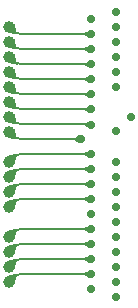
<source format=gbr>
G04 #@! TF.GenerationSoftware,KiCad,Pcbnew,7.0.6-0*
G04 #@! TF.CreationDate,2023-09-15T02:22:18-04:00*
G04 #@! TF.ProjectId,RAM Module,52414d20-4d6f-4647-956c-652e6b696361,1*
G04 #@! TF.SameCoordinates,Original*
G04 #@! TF.FileFunction,Copper,L2,Inr*
G04 #@! TF.FilePolarity,Positive*
%FSLAX46Y46*%
G04 Gerber Fmt 4.6, Leading zero omitted, Abs format (unit mm)*
G04 Created by KiCad (PCBNEW 7.0.6-0) date 2023-09-15 02:22:18*
%MOMM*%
%LPD*%
G01*
G04 APERTURE LIST*
G04 #@! TA.AperFunction,ComponentPad*
%ADD10C,1.000000*%
G04 #@! TD*
G04 #@! TA.AperFunction,ViaPad*
%ADD11C,0.700000*%
G04 #@! TD*
G04 #@! TA.AperFunction,Conductor*
%ADD12C,0.150000*%
G04 #@! TD*
G04 APERTURE END LIST*
D10*
X143460000Y-88220000D03*
X143460000Y-89490000D03*
X143460000Y-90760000D03*
X143460000Y-92030000D03*
X143460000Y-93300000D03*
X143460000Y-94570000D03*
X143460000Y-95840000D03*
X143460000Y-97110000D03*
X143460000Y-99650000D03*
X143460000Y-100920000D03*
X143460000Y-102190000D03*
X143460000Y-103460000D03*
X143460000Y-106000000D03*
X143460000Y-107270000D03*
X143460000Y-108540000D03*
X143460000Y-109810000D03*
D11*
X152460000Y-104730000D03*
X152460000Y-111080000D03*
X152460000Y-86950000D03*
X152460000Y-109810000D03*
X152460000Y-108540000D03*
X152460000Y-107270000D03*
X152460000Y-106000000D03*
X152460000Y-103460000D03*
X152460000Y-102190000D03*
X152460000Y-100920000D03*
X152460000Y-99650000D03*
X152460000Y-97100000D03*
X153750000Y-95840000D03*
X152460000Y-92030000D03*
X152460000Y-90760000D03*
X152460000Y-89490000D03*
X152460000Y-88220000D03*
X152460000Y-93300000D03*
X150380000Y-104100000D03*
X150380000Y-87580000D03*
X150380000Y-110450000D03*
X150380000Y-88850000D03*
X150380000Y-90120000D03*
X150380000Y-91390000D03*
X150380000Y-92660000D03*
X150380000Y-93940000D03*
X150380000Y-95210000D03*
X150380000Y-96520000D03*
X149510000Y-97750000D03*
X150380000Y-99010000D03*
X150380000Y-100280000D03*
X150380000Y-101550000D03*
X150380000Y-102820000D03*
X150380000Y-105360000D03*
X150380000Y-106630000D03*
X150380000Y-107900000D03*
X150380000Y-109170000D03*
D12*
X150380000Y-88850000D02*
X150375083Y-88854917D01*
X143802024Y-88562024D02*
X143460000Y-88220000D01*
X150375083Y-88854917D02*
X144509131Y-88854917D01*
X143802005Y-88562043D02*
G75*
G03*
X144509131Y-88854917I707095J707143D01*
G01*
X143802127Y-89832127D02*
X143460000Y-89490000D01*
X150380000Y-90120000D02*
X150374980Y-90125020D01*
X150374980Y-90125020D02*
X144509234Y-90125020D01*
X143802106Y-89832148D02*
G75*
G03*
X144509234Y-90125020I707094J707148D01*
G01*
X143807107Y-91107107D02*
X143460000Y-90760000D01*
X150380000Y-91390000D02*
X150370000Y-91400000D01*
X150370000Y-91400000D02*
X144514214Y-91400000D01*
X143807100Y-91107114D02*
G75*
G03*
X144514214Y-91400000I707100J707114D01*
G01*
X150380000Y-92660000D02*
X150377722Y-92662278D01*
X143799385Y-92369385D02*
X143460000Y-92030000D01*
X150377722Y-92662278D02*
X144506492Y-92662278D01*
X143799394Y-92369376D02*
G75*
G03*
X144506492Y-92662278I707106J707076D01*
G01*
X150380000Y-93940000D02*
X150375954Y-93935954D01*
X143803061Y-93643061D02*
X143460000Y-93300000D01*
X150375954Y-93935954D02*
X144510168Y-93935954D01*
X143803087Y-93643035D02*
G75*
G03*
X144510168Y-93935954I707113J707035D01*
G01*
X150374950Y-95204950D02*
X144509164Y-95204950D01*
X150380000Y-95210000D02*
X150374950Y-95204950D01*
X143802057Y-94912057D02*
X143460000Y-94570000D01*
X143802086Y-94912028D02*
G75*
G03*
X144509164Y-95204950I707114J707028D01*
G01*
X150335051Y-96475051D02*
X144509265Y-96475051D01*
X143802158Y-96182158D02*
X143460000Y-95840000D01*
X150380000Y-96520000D02*
X150335051Y-96475051D01*
X143802186Y-96182130D02*
G75*
G03*
X144509265Y-96475051I707114J707030D01*
G01*
X143803576Y-97453576D02*
X143460000Y-97110000D01*
X149506469Y-97746469D02*
X144510683Y-97746469D01*
X149510000Y-97750000D02*
X149506469Y-97746469D01*
X143803591Y-97453561D02*
G75*
G03*
X144510683Y-97746469I707109J707061D01*
G01*
X150380000Y-99010000D02*
X150376605Y-99013395D01*
X150376605Y-99013395D02*
X144510819Y-99013395D01*
X143803712Y-99306288D02*
X143460000Y-99650000D01*
X144510819Y-99013410D02*
G75*
G03*
X143803712Y-99306288I-19J-999990D01*
G01*
X150374541Y-100285459D02*
X144508755Y-100285459D01*
X143801648Y-100578352D02*
X143460000Y-100920000D01*
X150380000Y-100280000D02*
X150374541Y-100285459D01*
X144508755Y-100285439D02*
G75*
G03*
X143801648Y-100578352I45J-1000061D01*
G01*
X143802495Y-101847505D02*
X143460000Y-102190000D01*
X150380000Y-101550000D02*
X150375388Y-101554612D01*
X150375388Y-101554612D02*
X144509602Y-101554612D01*
X144509602Y-101554610D02*
G75*
G03*
X143802495Y-101847505I-2J-999990D01*
G01*
X150375078Y-102824922D02*
X144509292Y-102824922D01*
X150380000Y-102820000D02*
X150375078Y-102824922D01*
X143802185Y-103117815D02*
X143460000Y-103460000D01*
X144509292Y-102824910D02*
G75*
G03*
X143802185Y-103117815I8J-999990D01*
G01*
X143801519Y-105658481D02*
X143460000Y-106000000D01*
X150380000Y-105360000D02*
X150374412Y-105365588D01*
X150374412Y-105365588D02*
X144508626Y-105365588D01*
X144508626Y-105365610D02*
G75*
G03*
X143801519Y-105658481I-26J-999990D01*
G01*
X150374663Y-106635337D02*
X144508877Y-106635337D01*
X143801770Y-106928230D02*
X143460000Y-107270000D01*
X150380000Y-106630000D02*
X150374663Y-106635337D01*
X144508877Y-106635310D02*
G75*
G03*
X143801770Y-106928230I23J-999990D01*
G01*
X150375020Y-107904980D02*
X144509234Y-107904980D01*
X143802127Y-108197873D02*
X143460000Y-108540000D01*
X150380000Y-107900000D02*
X150375020Y-107904980D01*
X144509234Y-107905010D02*
G75*
G03*
X143802127Y-108197873I-34J-999990D01*
G01*
X150374760Y-109175240D02*
X144508974Y-109175240D01*
X150380000Y-109170000D02*
X150374760Y-109175240D01*
X143801867Y-109468133D02*
X143460000Y-109810000D01*
X144508974Y-109175210D02*
G75*
G03*
X143801867Y-109468133I26J-999990D01*
G01*
G04 #@! TA.AperFunction,Conductor*
G36*
X150250546Y-106317495D02*
G01*
X150250953Y-106318367D01*
X150379119Y-106625494D01*
X150379142Y-106634449D01*
X150379119Y-106634506D01*
X150250921Y-106941710D01*
X150244572Y-106948025D01*
X150235617Y-106948002D01*
X150234821Y-106947632D01*
X150108078Y-106883073D01*
X150107397Y-106882666D01*
X150013010Y-106816975D01*
X149930966Y-106761987D01*
X149930964Y-106761986D01*
X149830632Y-106724312D01*
X149830633Y-106724312D01*
X149691673Y-106711328D01*
X149683755Y-106707147D01*
X149681062Y-106699679D01*
X149681062Y-106570926D01*
X149684489Y-106562653D01*
X149691598Y-106559284D01*
X149831270Y-106545329D01*
X149931323Y-106505165D01*
X150012771Y-106447136D01*
X150106455Y-106379049D01*
X150107944Y-106378129D01*
X150234778Y-106312481D01*
X150243699Y-106311723D01*
X150250546Y-106317495D01*
G37*
G04 #@! TD.AperFunction*
G04 #@! TA.AperFunction,Conductor*
G36*
X144229915Y-106600242D02*
G01*
X144234608Y-106607493D01*
X144259772Y-106733982D01*
X144258025Y-106742765D01*
X144252701Y-106747104D01*
X144091360Y-106812656D01*
X144091359Y-106812657D01*
X144017593Y-106923970D01*
X143995003Y-107072467D01*
X143995003Y-107072466D01*
X143978327Y-107252239D01*
X143977971Y-107254213D01*
X143925411Y-107448509D01*
X143919943Y-107455600D01*
X143911062Y-107456748D01*
X143909652Y-107456268D01*
X143463519Y-107272052D01*
X143457180Y-107265727D01*
X143457166Y-107265694D01*
X143273268Y-106819251D01*
X143273285Y-106810296D01*
X143279630Y-106803977D01*
X143279958Y-106803848D01*
X143497184Y-106722887D01*
X143497750Y-106722710D01*
X143665158Y-106679771D01*
X143665742Y-106679655D01*
X143815394Y-106658082D01*
X143815393Y-106658081D01*
X143990116Y-106637207D01*
X144116333Y-106615921D01*
X144221188Y-106598239D01*
X144229915Y-106600242D01*
G37*
G04 #@! TD.AperFunction*
G04 #@! TA.AperFunction,Conductor*
G36*
X143918605Y-95653742D02*
G01*
X143924930Y-95660081D01*
X143925410Y-95661492D01*
X143977962Y-95855847D01*
X143978318Y-95857824D01*
X143994937Y-96037646D01*
X143994937Y-96037645D01*
X144017466Y-96186230D01*
X144017466Y-96186231D01*
X144017467Y-96186233D01*
X144091196Y-96297601D01*
X144252556Y-96363184D01*
X144258930Y-96369474D01*
X144259626Y-96376306D01*
X144234460Y-96502794D01*
X144229485Y-96510239D01*
X144221038Y-96512048D01*
X144035145Y-96480671D01*
X143989991Y-96473050D01*
X143815304Y-96452100D01*
X143665700Y-96430440D01*
X143665083Y-96430317D01*
X143497733Y-96387315D01*
X143497144Y-96387130D01*
X143279998Y-96306168D01*
X143273443Y-96300067D01*
X143273122Y-96291118D01*
X143273250Y-96290790D01*
X143457166Y-95844304D01*
X143463482Y-95837962D01*
X143909651Y-95653732D01*
X143918605Y-95653742D01*
G37*
G04 #@! TD.AperFunction*
G04 #@! TA.AperFunction,Conductor*
G36*
X143918606Y-88033741D02*
G01*
X143924931Y-88040080D01*
X143925411Y-88041490D01*
X143977973Y-88235786D01*
X143978329Y-88237760D01*
X143995007Y-88417539D01*
X144017599Y-88566032D01*
X144017599Y-88566033D01*
X144017600Y-88566035D01*
X144091371Y-88677345D01*
X144252716Y-88742889D01*
X144259091Y-88749177D01*
X144259787Y-88756010D01*
X144234630Y-88882501D01*
X144229655Y-88889947D01*
X144221210Y-88891756D01*
X143990127Y-88852798D01*
X143990128Y-88852798D01*
X143815404Y-88831926D01*
X143665762Y-88810352D01*
X143665151Y-88810230D01*
X143576758Y-88787557D01*
X143497764Y-88767295D01*
X143497174Y-88767110D01*
X143280000Y-88686167D01*
X143273444Y-88680067D01*
X143273123Y-88671118D01*
X143273268Y-88670748D01*
X143316401Y-88566035D01*
X143457166Y-88224304D01*
X143463482Y-88217962D01*
X143909654Y-88033731D01*
X143918606Y-88033741D01*
G37*
G04 #@! TD.AperFunction*
G04 #@! TA.AperFunction,Conductor*
G36*
X150250546Y-108857494D02*
G01*
X150250953Y-108858365D01*
X150379119Y-109165494D01*
X150379142Y-109174449D01*
X150379119Y-109174506D01*
X150250922Y-109481708D01*
X150244573Y-109488023D01*
X150235618Y-109488000D01*
X150234813Y-109487627D01*
X150108071Y-109423060D01*
X150107383Y-109422648D01*
X150013000Y-109356936D01*
X149930963Y-109301923D01*
X149930958Y-109301921D01*
X149830630Y-109264226D01*
X149830621Y-109264224D01*
X149691653Y-109251232D01*
X149683735Y-109247050D01*
X149681042Y-109239583D01*
X149681042Y-109110829D01*
X149684469Y-109102556D01*
X149691578Y-109099187D01*
X149831248Y-109085241D01*
X149931308Y-109045101D01*
X150012765Y-108987100D01*
X150106458Y-108919035D01*
X150107956Y-108918112D01*
X150234780Y-108852479D01*
X150243700Y-108851721D01*
X150250546Y-108857494D01*
G37*
G04 #@! TD.AperFunction*
G04 #@! TA.AperFunction,Conductor*
G36*
X150250548Y-92347492D02*
G01*
X150250944Y-92348343D01*
X150379119Y-92655494D01*
X150379142Y-92664449D01*
X150379119Y-92664506D01*
X150250930Y-92971689D01*
X150244581Y-92978004D01*
X150235626Y-92977981D01*
X150234804Y-92977599D01*
X150107799Y-92912633D01*
X150107099Y-92912211D01*
X150012697Y-92845751D01*
X149930719Y-92789907D01*
X149830352Y-92751540D01*
X149830351Y-92751539D01*
X149830349Y-92751539D01*
X149691045Y-92738285D01*
X149683133Y-92734090D01*
X149680453Y-92726638D01*
X149680453Y-92597888D01*
X149683880Y-92589615D01*
X149691012Y-92586244D01*
X149830622Y-92572575D01*
X149904786Y-92543404D01*
X149930868Y-92533146D01*
X149930868Y-92533145D01*
X149930870Y-92533145D01*
X150012595Y-92476003D01*
X150106504Y-92408656D01*
X150107947Y-92407774D01*
X150234789Y-92342446D01*
X150243713Y-92341706D01*
X150250548Y-92347492D01*
G37*
G04 #@! TD.AperFunction*
G04 #@! TA.AperFunction,Conductor*
G36*
X150250557Y-96207461D02*
G01*
X150250810Y-96208023D01*
X150379119Y-96515494D01*
X150379142Y-96524449D01*
X150379119Y-96524506D01*
X150251082Y-96831325D01*
X150244733Y-96837640D01*
X150235778Y-96837617D01*
X150234640Y-96837068D01*
X150107709Y-96767172D01*
X150105745Y-96765811D01*
X150014974Y-96688070D01*
X149937280Y-96618599D01*
X149937278Y-96618598D01*
X149937277Y-96618597D01*
X149839845Y-96568988D01*
X149839846Y-96568988D01*
X149699184Y-96551336D01*
X149691402Y-96546906D01*
X149688941Y-96539727D01*
X149688941Y-96410954D01*
X149692368Y-96402681D01*
X149699815Y-96399284D01*
X149834453Y-96389790D01*
X149934250Y-96361133D01*
X150017003Y-96317266D01*
X150111173Y-96261496D01*
X150111605Y-96261265D01*
X150234946Y-96201983D01*
X150243885Y-96201488D01*
X150250557Y-96207461D01*
G37*
G04 #@! TD.AperFunction*
G04 #@! TA.AperFunction,Conductor*
G36*
X150250546Y-89807494D02*
G01*
X150250952Y-89808364D01*
X150379119Y-90115494D01*
X150379142Y-90124449D01*
X150379119Y-90124506D01*
X150250922Y-90431707D01*
X150244573Y-90438022D01*
X150235618Y-90437999D01*
X150234821Y-90437630D01*
X150108045Y-90373026D01*
X150107363Y-90372617D01*
X150012977Y-90306848D01*
X149930941Y-90251772D01*
X149930942Y-90251772D01*
X149930940Y-90251771D01*
X149830606Y-90214026D01*
X149830605Y-90214026D01*
X149691608Y-90201013D01*
X149683691Y-90196830D01*
X149680999Y-90189364D01*
X149680999Y-90060611D01*
X149684426Y-90052338D01*
X149691537Y-90048969D01*
X149831202Y-90035043D01*
X149931276Y-89994956D01*
X150012753Y-89937019D01*
X150106459Y-89869009D01*
X150107945Y-89868093D01*
X150234780Y-89802477D01*
X150243701Y-89801721D01*
X150250546Y-89807494D01*
G37*
G04 #@! TD.AperFunction*
G04 #@! TA.AperFunction,Conductor*
G36*
X144229210Y-98978858D02*
G01*
X144233909Y-98986114D01*
X144259068Y-99112603D01*
X144257321Y-99121385D01*
X144252002Y-99125722D01*
X144090564Y-99191401D01*
X144090562Y-99191403D01*
X144016985Y-99302974D01*
X144016984Y-99302978D01*
X143994698Y-99451810D01*
X143994698Y-99451811D01*
X143978277Y-99631926D01*
X143977921Y-99633913D01*
X143925405Y-99828500D01*
X143919941Y-99835594D01*
X143911060Y-99836747D01*
X143909646Y-99836266D01*
X143806452Y-99793655D01*
X143463519Y-99652052D01*
X143457180Y-99645727D01*
X143457166Y-99645694D01*
X143377302Y-99451811D01*
X143273265Y-99199244D01*
X143273282Y-99190290D01*
X143279627Y-99183971D01*
X143279980Y-99183831D01*
X143497060Y-99102765D01*
X143497632Y-99102585D01*
X143664869Y-99059304D01*
X143665468Y-99059182D01*
X143814969Y-99037178D01*
X143989539Y-99015948D01*
X144220482Y-98976860D01*
X144229210Y-98978858D01*
G37*
G04 #@! TD.AperFunction*
G04 #@! TA.AperFunction,Conductor*
G36*
X150250547Y-98697493D02*
G01*
X150250947Y-98698352D01*
X150379119Y-99005494D01*
X150379142Y-99014449D01*
X150379119Y-99014506D01*
X150250927Y-99321696D01*
X150244578Y-99328011D01*
X150235623Y-99327988D01*
X150234807Y-99327610D01*
X150107895Y-99262790D01*
X150107200Y-99262372D01*
X150012811Y-99196198D01*
X149930809Y-99140666D01*
X149830455Y-99102552D01*
X149830453Y-99102551D01*
X149691274Y-99089396D01*
X149683360Y-99085206D01*
X149680675Y-99077748D01*
X149680675Y-98948997D01*
X149684102Y-98940724D01*
X149691226Y-98937354D01*
X149830858Y-98923581D01*
X149931035Y-98883883D01*
X150012659Y-98826416D01*
X150106483Y-98758801D01*
X150107942Y-98757905D01*
X150234785Y-98692459D01*
X150243708Y-98691712D01*
X150250547Y-98697493D01*
G37*
G04 #@! TD.AperFunction*
G04 #@! TA.AperFunction,Conductor*
G36*
X150250549Y-94897486D02*
G01*
X150250922Y-94898292D01*
X150379119Y-95205494D01*
X150379142Y-95214449D01*
X150379119Y-95214506D01*
X150250953Y-95521635D01*
X150244604Y-95527950D01*
X150235649Y-95527927D01*
X150234779Y-95527521D01*
X150107948Y-95461904D01*
X150106451Y-95460980D01*
X150012755Y-95392968D01*
X149931280Y-95335023D01*
X149831209Y-95294929D01*
X149691544Y-95281001D01*
X149683652Y-95276770D01*
X149681005Y-95269359D01*
X149681005Y-95140605D01*
X149684432Y-95132332D01*
X149691612Y-95128957D01*
X149830609Y-95115946D01*
X149930943Y-95078207D01*
X150012980Y-95023139D01*
X150107372Y-94957372D01*
X150108044Y-94956969D01*
X150234814Y-94892372D01*
X150243739Y-94891671D01*
X150250549Y-94897486D01*
G37*
G04 #@! TD.AperFunction*
G04 #@! TA.AperFunction,Conductor*
G36*
X144229767Y-102789949D02*
G01*
X144234461Y-102797201D01*
X144259623Y-102923691D01*
X144257876Y-102932474D01*
X144252553Y-102936813D01*
X144091191Y-103002391D01*
X144017464Y-103113759D01*
X144017463Y-103113760D01*
X143994935Y-103262349D01*
X143994935Y-103262348D01*
X143978317Y-103442172D01*
X143977961Y-103444149D01*
X143925410Y-103638507D01*
X143919943Y-103645599D01*
X143911062Y-103646747D01*
X143909651Y-103646267D01*
X143463519Y-103462052D01*
X143457180Y-103455727D01*
X143457166Y-103455694D01*
X143436944Y-103406603D01*
X143273267Y-103009249D01*
X143273284Y-103000295D01*
X143279629Y-102993976D01*
X143279945Y-102993851D01*
X143497154Y-102912861D01*
X143497720Y-102912683D01*
X143643202Y-102875298D01*
X143665083Y-102869676D01*
X143665694Y-102869553D01*
X143815305Y-102847889D01*
X143989991Y-102826939D01*
X144221041Y-102787947D01*
X144229767Y-102789949D01*
G37*
G04 #@! TD.AperFunction*
G04 #@! TA.AperFunction,Conductor*
G36*
X144229901Y-107870173D02*
G01*
X144234594Y-107877425D01*
X144257555Y-107992881D01*
X144259750Y-108003915D01*
X144258003Y-108012697D01*
X144252679Y-108017037D01*
X144121284Y-108070417D01*
X144096969Y-108080296D01*
X144091327Y-108082588D01*
X144017570Y-108193905D01*
X144017568Y-108193912D01*
X143994990Y-108342428D01*
X143978326Y-108522220D01*
X143977970Y-108524195D01*
X143925411Y-108718509D01*
X143919943Y-108725600D01*
X143911062Y-108726748D01*
X143909652Y-108726268D01*
X143463519Y-108542052D01*
X143457180Y-108535727D01*
X143457166Y-108535694D01*
X143273268Y-108089251D01*
X143273285Y-108080296D01*
X143279630Y-108073977D01*
X143279969Y-108073843D01*
X143497177Y-107992878D01*
X143497748Y-107992698D01*
X143665135Y-107949743D01*
X143665737Y-107949622D01*
X143815382Y-107928024D01*
X143815382Y-107928023D01*
X143990098Y-107907133D01*
X144166286Y-107877425D01*
X144221174Y-107868170D01*
X144229901Y-107870173D01*
G37*
G04 #@! TD.AperFunction*
G04 #@! TA.AperFunction,Conductor*
G36*
X143918601Y-93113743D02*
G01*
X143924926Y-93120082D01*
X143925407Y-93121496D01*
X143977939Y-93315988D01*
X143978295Y-93317971D01*
X143994794Y-93497963D01*
X143994794Y-93497964D01*
X144017180Y-93646699D01*
X144086147Y-93751117D01*
X144090820Y-93758191D01*
X144252227Y-93823838D01*
X144258598Y-93830128D01*
X144259293Y-93836958D01*
X144234127Y-93963446D01*
X144229152Y-93970891D01*
X144220701Y-93972699D01*
X144094594Y-93951375D01*
X143989719Y-93933642D01*
X143815103Y-93912523D01*
X143665567Y-93890660D01*
X143664951Y-93890536D01*
X143497678Y-93847373D01*
X143497094Y-93847190D01*
X143279993Y-93766170D01*
X143273440Y-93760066D01*
X143273122Y-93751117D01*
X143273253Y-93750783D01*
X143457166Y-93304304D01*
X143463482Y-93297962D01*
X143909649Y-93113733D01*
X143918601Y-93113743D01*
G37*
G04 #@! TD.AperFunction*
G04 #@! TA.AperFunction,Conductor*
G36*
X149380548Y-97437487D02*
G01*
X149380926Y-97438302D01*
X149509119Y-97745494D01*
X149509142Y-97754449D01*
X149509119Y-97754506D01*
X149380948Y-98061647D01*
X149374599Y-98067962D01*
X149365644Y-98067939D01*
X149364784Y-98067538D01*
X149237952Y-98002082D01*
X149236475Y-98001175D01*
X149142667Y-97933532D01*
X149061058Y-97876027D01*
X149061056Y-97876026D01*
X149032259Y-97864604D01*
X148960886Y-97836296D01*
X148960882Y-97836295D01*
X148960881Y-97836295D01*
X148821252Y-97822510D01*
X148813356Y-97818287D01*
X148810702Y-97810867D01*
X148810702Y-97682115D01*
X148814129Y-97673842D01*
X148821299Y-97670467D01*
X148960467Y-97657323D01*
X149060819Y-97619240D01*
X149142825Y-97563746D01*
X149237216Y-97497604D01*
X149237914Y-97497185D01*
X149364808Y-97432387D01*
X149373734Y-97431677D01*
X149380548Y-97437487D01*
G37*
G04 #@! TD.AperFunction*
G04 #@! TA.AperFunction,Conductor*
G36*
X143918615Y-91843738D02*
G01*
X143924940Y-91850077D01*
X143925418Y-91851478D01*
X143978034Y-92045411D01*
X143978390Y-92047371D01*
X143995383Y-92226707D01*
X144012184Y-92335022D01*
X144018353Y-92374794D01*
X144092355Y-92485772D01*
X144092357Y-92485773D01*
X144253579Y-92551153D01*
X144259958Y-92557437D01*
X144260657Y-92564278D01*
X144235494Y-92690771D01*
X144230519Y-92698216D01*
X144222083Y-92700027D01*
X144132403Y-92684978D01*
X143990836Y-92661223D01*
X143815930Y-92640797D01*
X143666094Y-92619758D01*
X143665476Y-92619637D01*
X143497926Y-92577144D01*
X143497325Y-92576956D01*
X143280013Y-92496161D01*
X143273452Y-92490065D01*
X143273123Y-92481117D01*
X143273272Y-92480738D01*
X143457166Y-92034304D01*
X143463482Y-92027962D01*
X143909661Y-91843728D01*
X143918615Y-91843738D01*
G37*
G04 #@! TD.AperFunction*
G04 #@! TA.AperFunction,Conductor*
G36*
X143918586Y-90573750D02*
G01*
X143924911Y-90580089D01*
X143925396Y-90581517D01*
X143977834Y-90776616D01*
X143978190Y-90778623D01*
X143994155Y-90959348D01*
X144015902Y-91108774D01*
X144015903Y-91108777D01*
X144065720Y-91184982D01*
X144089149Y-91220822D01*
X144089150Y-91220822D01*
X144089151Y-91220823D01*
X144250756Y-91286745D01*
X144257122Y-91293042D01*
X144257812Y-91299860D01*
X144232654Y-91426344D01*
X144227679Y-91433790D01*
X144219213Y-91435596D01*
X143988511Y-91396277D01*
X143814209Y-91374411D01*
X143664981Y-91351648D01*
X143664394Y-91351526D01*
X143497406Y-91307624D01*
X143496841Y-91307445D01*
X143279972Y-91226179D01*
X143273427Y-91220067D01*
X143273121Y-91211118D01*
X143273230Y-91210839D01*
X143457166Y-90764304D01*
X143463482Y-90757962D01*
X143909632Y-90573740D01*
X143918586Y-90573750D01*
G37*
G04 #@! TD.AperFunction*
G04 #@! TA.AperFunction,Conductor*
G36*
X150250546Y-101237493D02*
G01*
X150250951Y-101238360D01*
X150379119Y-101545494D01*
X150379142Y-101554449D01*
X150379119Y-101554506D01*
X150250923Y-101861704D01*
X150244574Y-101868019D01*
X150235619Y-101867996D01*
X150234810Y-101867621D01*
X150108016Y-101802971D01*
X150107325Y-101802556D01*
X150012935Y-101736684D01*
X149930913Y-101681497D01*
X149930898Y-101681490D01*
X149830566Y-101643655D01*
X149830567Y-101643655D01*
X149691524Y-101630607D01*
X149683607Y-101626422D01*
X149680917Y-101618958D01*
X149680917Y-101490206D01*
X149684344Y-101481933D01*
X149691457Y-101478563D01*
X149831115Y-101464676D01*
X149905867Y-101434812D01*
X149931208Y-101424690D01*
X149931209Y-101424689D01*
X149931215Y-101424687D01*
X150012729Y-101366868D01*
X150106475Y-101298949D01*
X150107941Y-101298046D01*
X150234782Y-101232472D01*
X150243703Y-101231718D01*
X150250546Y-101237493D01*
G37*
G04 #@! TD.AperFunction*
G04 #@! TA.AperFunction,Conductor*
G36*
X150250546Y-99967494D02*
G01*
X150250954Y-99968367D01*
X150379119Y-100275493D01*
X150379142Y-100284448D01*
X150379119Y-100284505D01*
X150250921Y-100591709D01*
X150244572Y-100598024D01*
X150235617Y-100598001D01*
X150234813Y-100597629D01*
X150108090Y-100533090D01*
X150107403Y-100532679D01*
X150013022Y-100467023D01*
X149930978Y-100412071D01*
X149930973Y-100412069D01*
X149830652Y-100374426D01*
X149830650Y-100374425D01*
X149830646Y-100374424D01*
X149830641Y-100374423D01*
X149830639Y-100374423D01*
X149691698Y-100361449D01*
X149683780Y-100357268D01*
X149681086Y-100349800D01*
X149681086Y-100221047D01*
X149684513Y-100212774D01*
X149691620Y-100209405D01*
X149831295Y-100195439D01*
X149931340Y-100155246D01*
X150012778Y-100097182D01*
X150106462Y-100029058D01*
X150107943Y-100028144D01*
X150234778Y-99962482D01*
X150243700Y-99961723D01*
X150250546Y-99967494D01*
G37*
G04 #@! TD.AperFunction*
G04 #@! TA.AperFunction,Conductor*
G36*
X150250546Y-88537494D02*
G01*
X150250952Y-88538363D01*
X150379119Y-88845494D01*
X150379142Y-88854449D01*
X150379119Y-88854506D01*
X150250923Y-89161706D01*
X150244574Y-89168021D01*
X150235619Y-89167998D01*
X150234812Y-89167624D01*
X150108042Y-89103014D01*
X150107352Y-89102600D01*
X150012967Y-89036806D01*
X149930932Y-88981701D01*
X149830596Y-88943932D01*
X149815431Y-88942511D01*
X149691587Y-88930910D01*
X149683669Y-88926726D01*
X149680978Y-88919261D01*
X149680978Y-88790508D01*
X149684405Y-88782235D01*
X149691515Y-88778867D01*
X149784583Y-88769593D01*
X149831174Y-88764952D01*
X149831176Y-88764951D01*
X149831180Y-88764951D01*
X149931260Y-88724888D01*
X150012747Y-88666981D01*
X150106462Y-88598995D01*
X150107945Y-88598080D01*
X150234780Y-88532476D01*
X150243702Y-88531720D01*
X150250546Y-88537494D01*
G37*
G04 #@! TD.AperFunction*
G04 #@! TA.AperFunction,Conductor*
G36*
X150250546Y-107587494D02*
G01*
X150250952Y-107588364D01*
X150379119Y-107895494D01*
X150379142Y-107904449D01*
X150379119Y-107904506D01*
X150250922Y-108211707D01*
X150244573Y-108218022D01*
X150235618Y-108217999D01*
X150234817Y-108217627D01*
X150108043Y-108153020D01*
X150107360Y-108152611D01*
X150012973Y-108086832D01*
X149930939Y-108031745D01*
X149930931Y-108031741D01*
X149830607Y-107993990D01*
X149830603Y-107993989D01*
X149830602Y-107993989D01*
X149785196Y-107989737D01*
X149691600Y-107980973D01*
X149683683Y-107976790D01*
X149680991Y-107969324D01*
X149680991Y-107840571D01*
X149684418Y-107832298D01*
X149691528Y-107828929D01*
X149831194Y-107815007D01*
X149931269Y-107774930D01*
X150012751Y-107717004D01*
X150106467Y-107648998D01*
X150107945Y-107648087D01*
X150234779Y-107582477D01*
X150243701Y-107581721D01*
X150250546Y-107587494D01*
G37*
G04 #@! TD.AperFunction*
G04 #@! TA.AperFunction,Conductor*
G36*
X144229657Y-101519732D02*
G01*
X144234352Y-101526984D01*
X144259512Y-101653473D01*
X144257765Y-101662256D01*
X144252443Y-101666595D01*
X144091066Y-101732192D01*
X144017367Y-101843603D01*
X144017366Y-101843605D01*
X143994889Y-101992231D01*
X143978309Y-102172123D01*
X143977953Y-102174102D01*
X143925409Y-102368506D01*
X143919942Y-102375598D01*
X143911061Y-102376748D01*
X143909649Y-102376267D01*
X143890853Y-102368506D01*
X143832300Y-102344328D01*
X143463519Y-102192052D01*
X143457180Y-102185727D01*
X143457166Y-102185694D01*
X143273267Y-101739249D01*
X143273284Y-101730294D01*
X143279629Y-101723975D01*
X143279996Y-101723831D01*
X143497145Y-101642839D01*
X143497704Y-101642663D01*
X143665046Y-101599599D01*
X143665642Y-101599479D01*
X143815238Y-101577747D01*
X143989898Y-101556742D01*
X143989899Y-101556742D01*
X144166127Y-101526984D01*
X144220929Y-101517730D01*
X144229657Y-101519732D01*
G37*
G04 #@! TD.AperFunction*
G04 #@! TA.AperFunction,Conductor*
G36*
X150250549Y-93627487D02*
G01*
X150250925Y-93628299D01*
X150379119Y-93935494D01*
X150379142Y-93944449D01*
X150379119Y-93944506D01*
X150250949Y-94251643D01*
X150244600Y-94257958D01*
X150235645Y-94257935D01*
X150234782Y-94257532D01*
X150107956Y-94192025D01*
X150106472Y-94191113D01*
X150012697Y-94123341D01*
X149971913Y-94094513D01*
X149931132Y-94065686D01*
X149931131Y-94065685D01*
X149830995Y-94025831D01*
X149691352Y-94011998D01*
X149683457Y-94007772D01*
X149680805Y-94000355D01*
X149680805Y-93871603D01*
X149684232Y-93863330D01*
X149691406Y-93859955D01*
X149830515Y-93846856D01*
X149930860Y-93808891D01*
X149930860Y-93808890D01*
X149930862Y-93808890D01*
X150012878Y-93753540D01*
X150107273Y-93687522D01*
X150107953Y-93687114D01*
X150234810Y-93622382D01*
X150243736Y-93621676D01*
X150250549Y-93627487D01*
G37*
G04 #@! TD.AperFunction*
G04 #@! TA.AperFunction,Conductor*
G36*
X144229879Y-109140169D02*
G01*
X144234571Y-109147419D01*
X144241558Y-109182537D01*
X144259736Y-109273910D01*
X144257989Y-109282693D01*
X144252665Y-109287032D01*
X144091320Y-109352591D01*
X144017563Y-109463913D01*
X144017561Y-109463918D01*
X144017561Y-109463919D01*
X143994987Y-109612433D01*
X143994987Y-109612432D01*
X143978325Y-109792222D01*
X143977969Y-109794197D01*
X143925411Y-109988509D01*
X143919943Y-109995600D01*
X143911062Y-109996748D01*
X143909652Y-109996268D01*
X143463519Y-109812052D01*
X143457180Y-109805727D01*
X143457166Y-109805694D01*
X143377558Y-109612433D01*
X143273267Y-109359249D01*
X143273284Y-109350296D01*
X143279629Y-109343977D01*
X143279962Y-109343846D01*
X143497176Y-109262880D01*
X143497744Y-109262702D01*
X143665124Y-109219752D01*
X143665733Y-109219630D01*
X143815372Y-109198036D01*
X143815372Y-109198035D01*
X143990063Y-109177145D01*
X143990062Y-109177145D01*
X143990074Y-109177142D01*
X143990082Y-109177142D01*
X144221153Y-109138166D01*
X144229879Y-109140169D01*
G37*
G04 #@! TD.AperFunction*
G04 #@! TA.AperFunction,Conductor*
G36*
X144230124Y-105330611D02*
G01*
X144234815Y-105337861D01*
X144259972Y-105464353D01*
X144258225Y-105473135D01*
X144252899Y-105477475D01*
X144091580Y-105542982D01*
X144017760Y-105654222D01*
X143995085Y-105802646D01*
X143995085Y-105802645D01*
X143978342Y-105982319D01*
X143977986Y-105984290D01*
X143925412Y-106178511D01*
X143919942Y-106185601D01*
X143911061Y-106186748D01*
X143909653Y-106186268D01*
X143463519Y-106002052D01*
X143457180Y-105995727D01*
X143457166Y-105995694D01*
X143316507Y-105654222D01*
X143273268Y-105549251D01*
X143273285Y-105540298D01*
X143279630Y-105533979D01*
X143279948Y-105533854D01*
X143497202Y-105452921D01*
X143497796Y-105452735D01*
X143665212Y-105409894D01*
X143665824Y-105409771D01*
X143815516Y-105388308D01*
X143990278Y-105367530D01*
X143990281Y-105367529D01*
X143990285Y-105367529D01*
X144042808Y-105358682D01*
X144221398Y-105328605D01*
X144230124Y-105330611D01*
G37*
G04 #@! TD.AperFunction*
G04 #@! TA.AperFunction,Conductor*
G36*
X144230059Y-100250494D02*
G01*
X144234751Y-100257744D01*
X144259917Y-100384234D01*
X144258170Y-100393017D01*
X144252845Y-100397357D01*
X144091518Y-100462886D01*
X144017712Y-100574151D01*
X143995062Y-100722598D01*
X143978339Y-100902293D01*
X143977983Y-100904266D01*
X143925412Y-101098511D01*
X143919943Y-101105601D01*
X143911061Y-101106748D01*
X143909653Y-101106268D01*
X143463519Y-100922052D01*
X143457180Y-100915727D01*
X143457166Y-100915694D01*
X143316478Y-100574151D01*
X143273268Y-100469251D01*
X143273285Y-100460298D01*
X143279630Y-100453979D01*
X143279955Y-100453850D01*
X143497206Y-100372910D01*
X143497782Y-100372729D01*
X143665208Y-100329859D01*
X143665802Y-100329741D01*
X143815480Y-100308246D01*
X143990228Y-100287437D01*
X143990228Y-100287436D01*
X143990236Y-100287436D01*
X144052255Y-100276983D01*
X144221334Y-100248490D01*
X144230059Y-100250494D01*
G37*
G04 #@! TD.AperFunction*
G04 #@! TA.AperFunction,Conductor*
G36*
X150250546Y-102507494D02*
G01*
X150250952Y-102508363D01*
X150379119Y-102815493D01*
X150379142Y-102824448D01*
X150379119Y-102824505D01*
X150250923Y-103131706D01*
X150244574Y-103138021D01*
X150235619Y-103137998D01*
X150234812Y-103137624D01*
X150108042Y-103073015D01*
X150107352Y-103072601D01*
X150012967Y-103006809D01*
X149930932Y-102951705D01*
X149930932Y-102951704D01*
X149830596Y-102913937D01*
X149815547Y-102912527D01*
X149691588Y-102900915D01*
X149683670Y-102896731D01*
X149680979Y-102889266D01*
X149680979Y-102760513D01*
X149684406Y-102752240D01*
X149691517Y-102748871D01*
X149781707Y-102739884D01*
X149831175Y-102734956D01*
X149831177Y-102734955D01*
X149831181Y-102734955D01*
X149931261Y-102694891D01*
X150012747Y-102636982D01*
X150106461Y-102568996D01*
X150107944Y-102568081D01*
X150234780Y-102502476D01*
X150243701Y-102501720D01*
X150250546Y-102507494D01*
G37*
G04 #@! TD.AperFunction*
G04 #@! TA.AperFunction,Conductor*
G36*
X150250544Y-91077498D02*
G01*
X150250968Y-91078402D01*
X150379119Y-91385494D01*
X150379142Y-91394449D01*
X150379119Y-91394506D01*
X150250909Y-91701740D01*
X150244560Y-91708055D01*
X150235605Y-91708032D01*
X150234828Y-91707673D01*
X150193848Y-91686935D01*
X150108499Y-91643743D01*
X150107857Y-91643363D01*
X150013485Y-91578838D01*
X149931344Y-91525156D01*
X149931342Y-91525155D01*
X149831074Y-91488541D01*
X149831071Y-91488540D01*
X149831070Y-91488540D01*
X149811122Y-91486728D01*
X149692631Y-91475966D01*
X149684701Y-91471805D01*
X149681989Y-91464314D01*
X149681989Y-91335556D01*
X149685416Y-91327283D01*
X149692489Y-91323918D01*
X149759546Y-91317014D01*
X149832257Y-91309528D01*
X149832259Y-91309527D01*
X149832260Y-91309527D01*
X149932013Y-91268247D01*
X150013037Y-91208867D01*
X150106386Y-91139642D01*
X150107936Y-91138671D01*
X150234762Y-91072533D01*
X150243680Y-91071747D01*
X150250544Y-91077498D01*
G37*
G04 #@! TD.AperFunction*
G04 #@! TA.AperFunction,Conductor*
G36*
X143918605Y-94383742D02*
G01*
X143924930Y-94390081D01*
X143925410Y-94391492D01*
X143977964Y-94585831D01*
X143978320Y-94587807D01*
X143994954Y-94767614D01*
X143994955Y-94767624D01*
X144017499Y-94916180D01*
X144017500Y-94916181D01*
X144091236Y-95027532D01*
X144091238Y-95027534D01*
X144252594Y-95093111D01*
X144258967Y-95099400D01*
X144259663Y-95106232D01*
X144234497Y-95232722D01*
X144229522Y-95240167D01*
X144221075Y-95241976D01*
X143990023Y-95202984D01*
X143815327Y-95182052D01*
X143665704Y-95160412D01*
X143665097Y-95160291D01*
X143575726Y-95137338D01*
X143497744Y-95117310D01*
X143497155Y-95117126D01*
X143279998Y-95036167D01*
X143273443Y-95030066D01*
X143273122Y-95021117D01*
X143273242Y-95020810D01*
X143457166Y-94574304D01*
X143463482Y-94567962D01*
X143909651Y-94383732D01*
X143918605Y-94383742D01*
G37*
G04 #@! TD.AperFunction*
G04 #@! TA.AperFunction,Conductor*
G36*
X143918599Y-96923744D02*
G01*
X143924924Y-96930083D01*
X143925406Y-96931499D01*
X143977925Y-97126066D01*
X143978281Y-97128052D01*
X143994716Y-97308147D01*
X143994716Y-97308146D01*
X144017019Y-97456959D01*
X144090611Y-97568523D01*
X144252041Y-97634202D01*
X144258413Y-97640494D01*
X144259107Y-97647322D01*
X144233945Y-97773809D01*
X144228970Y-97781254D01*
X144220517Y-97783062D01*
X143989577Y-97743974D01*
X143814992Y-97722762D01*
X143665491Y-97700785D01*
X143664880Y-97700661D01*
X143606140Y-97685468D01*
X143497644Y-97657405D01*
X143497062Y-97657222D01*
X143279990Y-97576171D01*
X143273439Y-97570067D01*
X143273122Y-97561117D01*
X143273249Y-97560794D01*
X143457166Y-97114304D01*
X143463482Y-97107962D01*
X143909646Y-96923734D01*
X143918599Y-96923744D01*
G37*
G04 #@! TD.AperFunction*
G04 #@! TA.AperFunction,Conductor*
G36*
X143918606Y-89303741D02*
G01*
X143924931Y-89310080D01*
X143925411Y-89311490D01*
X143977970Y-89505802D01*
X143978326Y-89507777D01*
X143990167Y-89635536D01*
X143994989Y-89687564D01*
X144017568Y-89836087D01*
X144017569Y-89836088D01*
X144017570Y-89836092D01*
X144091327Y-89947409D01*
X144091329Y-89947411D01*
X144252679Y-90012962D01*
X144259054Y-90019251D01*
X144259750Y-90026084D01*
X144234594Y-90152574D01*
X144229619Y-90160020D01*
X144221174Y-90161829D01*
X144039214Y-90131147D01*
X143990097Y-90122865D01*
X143990092Y-90122864D01*
X143990078Y-90122862D01*
X143815382Y-90101974D01*
X143665750Y-90080377D01*
X143665131Y-90080253D01*
X143497755Y-90037300D01*
X143497166Y-90037115D01*
X143279999Y-89956167D01*
X143273443Y-89950067D01*
X143273122Y-89941118D01*
X143273243Y-89940807D01*
X143457166Y-89494304D01*
X143463482Y-89487962D01*
X143909654Y-89303731D01*
X143918606Y-89303741D01*
G37*
G04 #@! TD.AperFunction*
G04 #@! TA.AperFunction,Conductor*
G36*
X150250546Y-105047494D02*
G01*
X150250954Y-105048368D01*
X150379119Y-105355494D01*
X150379142Y-105364449D01*
X150379119Y-105364506D01*
X150250921Y-105671711D01*
X150244572Y-105678026D01*
X150235617Y-105678003D01*
X150234814Y-105677631D01*
X150108103Y-105613110D01*
X150107417Y-105612699D01*
X150013036Y-105547075D01*
X150013036Y-105547074D01*
X149930987Y-105492157D01*
X149930984Y-105492156D01*
X149930983Y-105492155D01*
X149830663Y-105454541D01*
X149830656Y-105454540D01*
X149691725Y-105441578D01*
X149683806Y-105437398D01*
X149681112Y-105429929D01*
X149681112Y-105301175D01*
X149684539Y-105292902D01*
X149691645Y-105289533D01*
X149831323Y-105275555D01*
X149931359Y-105235331D01*
X150012785Y-105177229D01*
X150106456Y-105109077D01*
X150107938Y-105108161D01*
X150234779Y-105042483D01*
X150243699Y-105041723D01*
X150250546Y-105047494D01*
G37*
G04 #@! TD.AperFunction*
M02*

</source>
